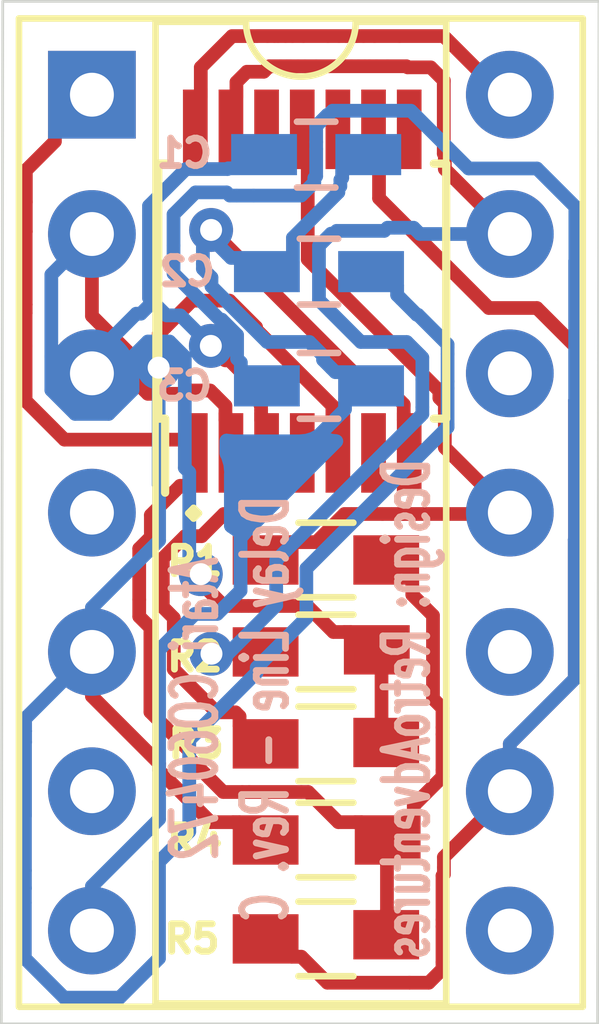
<source format=kicad_pcb>
(kicad_pcb (version 20171130) (host pcbnew "(5.1.4)-1")

  (general
    (thickness 1.6)
    (drawings 6)
    (tracks 461)
    (zones 0)
    (modules 10)
    (nets 15)
  )

  (page A4)
  (layers
    (0 F.Cu signal)
    (31 B.Cu signal)
    (32 B.Adhes user)
    (33 F.Adhes user)
    (34 B.Paste user)
    (35 F.Paste user)
    (36 B.SilkS user)
    (37 F.SilkS user)
    (38 B.Mask user)
    (39 F.Mask user)
    (40 Dwgs.User user)
    (41 Cmts.User user)
    (42 Eco1.User user)
    (43 Eco2.User user)
    (44 Edge.Cuts user)
    (45 Margin user)
    (46 B.CrtYd user)
    (47 F.CrtYd user)
    (48 B.Fab user)
    (49 F.Fab user)
  )

  (setup
    (last_trace_width 0.25)
    (trace_clearance 0.2)
    (zone_clearance 0.508)
    (zone_45_only no)
    (trace_min 0.2)
    (via_size 0.8)
    (via_drill 0.4)
    (via_min_size 0.4)
    (via_min_drill 0.3)
    (uvia_size 0.3)
    (uvia_drill 0.1)
    (uvias_allowed no)
    (uvia_min_size 0.2)
    (uvia_min_drill 0.1)
    (edge_width 0.05)
    (segment_width 0.2)
    (pcb_text_width 0.3)
    (pcb_text_size 1.5 1.5)
    (mod_edge_width 0.12)
    (mod_text_size 1 1)
    (mod_text_width 0.15)
    (pad_size 1.6 1.6)
    (pad_drill 0.8)
    (pad_to_mask_clearance 0.051)
    (solder_mask_min_width 0.25)
    (aux_axis_origin 0 0)
    (visible_elements 7FFFFFFF)
    (pcbplotparams
      (layerselection 0x010fc_ffffffff)
      (usegerberextensions false)
      (usegerberattributes false)
      (usegerberadvancedattributes false)
      (creategerberjobfile false)
      (excludeedgelayer true)
      (linewidth 0.100000)
      (plotframeref false)
      (viasonmask false)
      (mode 1)
      (useauxorigin false)
      (hpglpennumber 1)
      (hpglpenspeed 20)
      (hpglpendiameter 15.000000)
      (psnegative false)
      (psa4output false)
      (plotreference true)
      (plotvalue true)
      (plotinvisibletext false)
      (padsonsilk false)
      (subtractmaskfromsilk false)
      (outputformat 1)
      (mirror false)
      (drillshape 0)
      (scaleselection 1)
      (outputdirectory "Gerbers/"))
  )

  (net 0 "")
  (net 1 GND)
  (net 2 "Net-(C1-Pad1)")
  (net 3 "Net-(C2-Pad1)")
  (net 4 "Net-(C3-Pad1)")
  (net 5 "Net-(R1-Pad2)")
  (net 6 "Net-(R1-Pad1)")
  (net 7 "Net-(R2-Pad2)")
  (net 8 "Net-(R2-Pad1)")
  (net 9 "Net-(U13-Pad6)")
  (net 10 "Net-(U13-Pad12)")
  (net 11 "Net-(U13-Pad4)")
  (net 12 "Net-(U13-Pad10)")
  (net 13 "Net-(U13-Pad8)")
  (net 14 +5V)

  (net_class Default "Dit is de standaard class."
    (clearance 0.2)
    (trace_width 0.25)
    (via_dia 0.8)
    (via_drill 0.4)
    (uvia_dia 0.3)
    (uvia_drill 0.1)
    (add_net +5V)
    (add_net GND)
    (add_net "Net-(C1-Pad1)")
    (add_net "Net-(C2-Pad1)")
    (add_net "Net-(C3-Pad1)")
    (add_net "Net-(R1-Pad1)")
    (add_net "Net-(R1-Pad2)")
    (add_net "Net-(R2-Pad1)")
    (add_net "Net-(R2-Pad2)")
    (add_net "Net-(U13-Pad10)")
    (add_net "Net-(U13-Pad12)")
    (add_net "Net-(U13-Pad4)")
    (add_net "Net-(U13-Pad6)")
    (add_net "Net-(U13-Pad8)")
  )

  (module Housings_DIP:DIP-14_W7.62mm_Socket (layer F.Cu) (tedit 5FC2CF5E) (tstamp 5FC2CD03)
    (at 134.493 68.7832)
    (descr "14-lead though-hole mounted DIP package, row spacing 7.62 mm (300 mils), Socket")
    (tags "THT DIP DIL PDIP 2.54mm 7.62mm 300mil Socket")
    (fp_text reference REF** (at 3.81 -2.33) (layer F.SilkS) hide
      (effects (font (size 1 1) (thickness 0.15)))
    )
    (fp_text value DIP-14_W7.62mm_Socket (at 3.81 17.57) (layer F.Fab) hide
      (effects (font (size 1 1) (thickness 0.15)))
    )
    (fp_arc (start 3.81 -1.33) (end 2.81 -1.33) (angle -180) (layer F.SilkS) (width 0.12))
    (fp_line (start 1.635 -1.27) (end 6.985 -1.27) (layer F.Fab) (width 0.1))
    (fp_line (start 6.985 -1.27) (end 6.985 16.51) (layer F.Fab) (width 0.1))
    (fp_line (start 6.985 16.51) (end 0.635 16.51) (layer F.Fab) (width 0.1))
    (fp_line (start 0.635 16.51) (end 0.635 -0.27) (layer F.Fab) (width 0.1))
    (fp_line (start 0.635 -0.27) (end 1.635 -1.27) (layer F.Fab) (width 0.1))
    (fp_line (start -1.27 -1.33) (end -1.27 16.57) (layer F.Fab) (width 0.1))
    (fp_line (start -1.27 16.57) (end 8.89 16.57) (layer F.Fab) (width 0.1))
    (fp_line (start 8.89 16.57) (end 8.89 -1.33) (layer F.Fab) (width 0.1))
    (fp_line (start 8.89 -1.33) (end -1.27 -1.33) (layer F.Fab) (width 0.1))
    (fp_line (start 2.81 -1.33) (end 1.16 -1.33) (layer F.SilkS) (width 0.12))
    (fp_line (start 1.16 -1.33) (end 1.16 16.57) (layer F.SilkS) (width 0.12))
    (fp_line (start 1.16 16.57) (end 6.46 16.57) (layer F.SilkS) (width 0.12))
    (fp_line (start 6.46 16.57) (end 6.46 -1.33) (layer F.SilkS) (width 0.12))
    (fp_line (start 6.46 -1.33) (end 4.81 -1.33) (layer F.SilkS) (width 0.12))
    (fp_line (start -1.33 -1.39) (end -1.33 16.63) (layer F.SilkS) (width 0.12))
    (fp_line (start -1.33 16.63) (end 8.95 16.63) (layer F.SilkS) (width 0.12))
    (fp_line (start 8.95 16.63) (end 8.95 -1.39) (layer F.SilkS) (width 0.12))
    (fp_line (start 8.95 -1.39) (end -1.33 -1.39) (layer F.SilkS) (width 0.12))
    (fp_line (start -1.55 -1.6) (end -1.55 16.85) (layer F.CrtYd) (width 0.05))
    (fp_line (start -1.55 16.85) (end 9.15 16.85) (layer F.CrtYd) (width 0.05))
    (fp_line (start 9.15 16.85) (end 9.15 -1.6) (layer F.CrtYd) (width 0.05))
    (fp_line (start 9.15 -1.6) (end -1.55 -1.6) (layer F.CrtYd) (width 0.05))
    (fp_text user %R (at 3.81 7.62) (layer F.Fab) hide
      (effects (font (size 1 1) (thickness 0.15)))
    )
    (pad 1 thru_hole rect (at 0 0) (size 1.6 1.6) (drill 0.8) (layers *.Cu *.Mask)
      (net 5 "Net-(R1-Pad2)"))
    (pad 8 thru_hole oval (at 7.62 15.24) (size 1.6 1.6) (drill 0.8) (layers *.Cu *.Mask))
    (pad 2 thru_hole oval (at 0 2.54) (size 1.6 1.6) (drill 0.8) (layers *.Cu *.Mask)
      (net 7 "Net-(R2-Pad2)"))
    (pad 9 thru_hole oval (at 7.62 12.7) (size 1.6 1.6) (drill 0.8) (layers *.Cu *.Mask)
      (net 4 "Net-(C3-Pad1)"))
    (pad 3 thru_hole oval (at 0 5.08) (size 1.6 1.6) (drill 0.8) (layers *.Cu *.Mask)
      (net 2 "Net-(C1-Pad1)"))
    (pad 10 thru_hole oval (at 7.62 10.16) (size 1.6 1.6) (drill 0.8) (layers *.Cu *.Mask))
    (pad 4 thru_hole oval (at 0 7.62) (size 1.6 1.6) (drill 0.8) (layers *.Cu *.Mask))
    (pad 11 thru_hole oval (at 7.62 7.62) (size 1.6 1.6) (drill 0.8) (layers *.Cu *.Mask)
      (net 6 "Net-(R1-Pad1)"))
    (pad 5 thru_hole oval (at 0 10.16) (size 1.6 1.6) (drill 0.8) (layers *.Cu *.Mask)
      (net 3 "Net-(C2-Pad1)"))
    (pad 12 thru_hole oval (at 7.62 5.08) (size 1.6 1.6) (drill 0.8) (layers *.Cu *.Mask))
    (pad 6 thru_hole oval (at 0 12.7) (size 1.6 1.6) (drill 0.8) (layers *.Cu *.Mask))
    (pad 13 thru_hole oval (at 7.62 2.54) (size 1.6 1.6) (drill 0.8) (layers *.Cu *.Mask)
      (net 8 "Net-(R2-Pad1)"))
    (pad 7 thru_hole oval (at 0 15.24) (size 1.6 1.6) (drill 0.8) (layers *.Cu *.Mask)
      (net 1 GND))
    (pad 14 thru_hole oval (at 7.62 0) (size 1.6 1.6) (drill 0.8) (layers *.Cu *.Mask)
      (net 14 +5V))
    (model ${KISYS3DMOD}/Housings_DIP.3dshapes/DIP-14_W7.62mm_Socket.wrl
      (at (xyz 0 0 0))
      (scale (xyz 1 1 1))
      (rotate (xyz 0 0 0))
    )
  )

  (module Capacitors_SMD:C_0603_HandSoldering (layer B.Cu) (tedit 5FB07096) (tstamp 5F9A0D54)
    (at 138.582 69.8754)
    (descr "Capacitor SMD 0603, hand soldering")
    (tags "capacitor 0603")
    (path /5F9A8D8C)
    (attr smd)
    (fp_text reference C1 (at -2.4028 -0.0254) (layer B.SilkS)
      (effects (font (size 0.5 0.5) (thickness 0.125)) (justify mirror))
    )
    (fp_text value 1nF (at 0 -1.5) (layer B.Fab) hide
      (effects (font (size 1 1) (thickness 0.15)) (justify mirror))
    )
    (fp_line (start 1.8 -0.65) (end -1.8 -0.65) (layer B.CrtYd) (width 0.05))
    (fp_line (start 1.8 -0.65) (end 1.8 0.65) (layer B.CrtYd) (width 0.05))
    (fp_line (start -1.8 0.65) (end -1.8 -0.65) (layer B.CrtYd) (width 0.05))
    (fp_line (start -1.8 0.65) (end 1.8 0.65) (layer B.CrtYd) (width 0.05))
    (fp_line (start 0.35 -0.6) (end -0.35 -0.6) (layer B.SilkS) (width 0.12))
    (fp_line (start -0.35 0.6) (end 0.35 0.6) (layer B.SilkS) (width 0.12))
    (fp_line (start -0.8 0.4) (end 0.8 0.4) (layer B.Fab) (width 0.1))
    (fp_line (start 0.8 0.4) (end 0.8 -0.4) (layer B.Fab) (width 0.1))
    (fp_line (start 0.8 -0.4) (end -0.8 -0.4) (layer B.Fab) (width 0.1))
    (fp_line (start -0.8 -0.4) (end -0.8 0.4) (layer B.Fab) (width 0.1))
    (fp_text user %R (at 0.127 1.27) (layer B.Fab) hide
      (effects (font (size 1 1) (thickness 0.15)) (justify mirror))
    )
    (pad 2 smd rect (at 0.95 0) (size 1.2 0.75) (layers B.Cu B.Paste B.Mask)
      (net 1 GND))
    (pad 1 smd rect (at -0.95 0) (size 1.2 0.75) (layers B.Cu B.Paste B.Mask)
      (net 2 "Net-(C1-Pad1)"))
    (model Capacitors_SMD.3dshapes/C_0603.wrl
      (at (xyz 0 0 0))
      (scale (xyz 1 1 1))
      (rotate (xyz 0 0 0))
    )
  )

  (module Capacitors_SMD:C_0603_HandSoldering (layer B.Cu) (tedit 58AA848B) (tstamp 5F9A0D65)
    (at 138.633 72.009 180)
    (descr "Capacitor SMD 0603, hand soldering")
    (tags "capacitor 0603")
    (path /5F9AC96C)
    (attr smd)
    (fp_text reference C2 (at 2.4028 0 180) (layer B.SilkS)
      (effects (font (size 0.5 0.5) (thickness 0.125)) (justify mirror))
    )
    (fp_text value 150pF (at 0 -1.5 180) (layer B.Fab) hide
      (effects (font (size 1 1) (thickness 0.15)) (justify mirror))
    )
    (fp_text user %R (at 0 2.286 180) (layer B.Fab) hide
      (effects (font (size 1 1) (thickness 0.15)) (justify mirror))
    )
    (fp_line (start -0.8 -0.4) (end -0.8 0.4) (layer B.Fab) (width 0.1))
    (fp_line (start 0.8 -0.4) (end -0.8 -0.4) (layer B.Fab) (width 0.1))
    (fp_line (start 0.8 0.4) (end 0.8 -0.4) (layer B.Fab) (width 0.1))
    (fp_line (start -0.8 0.4) (end 0.8 0.4) (layer B.Fab) (width 0.1))
    (fp_line (start -0.35 0.6) (end 0.35 0.6) (layer B.SilkS) (width 0.12))
    (fp_line (start 0.35 -0.6) (end -0.35 -0.6) (layer B.SilkS) (width 0.12))
    (fp_line (start -1.8 0.65) (end 1.8 0.65) (layer B.CrtYd) (width 0.05))
    (fp_line (start -1.8 0.65) (end -1.8 -0.65) (layer B.CrtYd) (width 0.05))
    (fp_line (start 1.8 -0.65) (end 1.8 0.65) (layer B.CrtYd) (width 0.05))
    (fp_line (start 1.8 -0.65) (end -1.8 -0.65) (layer B.CrtYd) (width 0.05))
    (pad 1 smd rect (at -0.95 0 180) (size 1.2 0.75) (layers B.Cu B.Paste B.Mask)
      (net 3 "Net-(C2-Pad1)"))
    (pad 2 smd rect (at 0.95 0 180) (size 1.2 0.75) (layers B.Cu B.Paste B.Mask)
      (net 1 GND))
    (model Capacitors_SMD.3dshapes/C_0603.wrl
      (at (xyz 0 0 0))
      (scale (xyz 1 1 1))
      (rotate (xyz 0 0 0))
    )
  )

  (module Capacitors_SMD:C_0603_HandSoldering (layer B.Cu) (tedit 58AA848B) (tstamp 5F9A0D76)
    (at 138.633 74.0918)
    (descr "Capacitor SMD 0603, hand soldering")
    (tags "capacitor 0603")
    (path /5F9B2378)
    (attr smd)
    (fp_text reference C3 (at -2.4536 0) (layer B.SilkS)
      (effects (font (size 0.5 0.5) (thickness 0.125)) (justify mirror))
    )
    (fp_text value 30pF (at 0 -1.5) (layer B.Fab) hide
      (effects (font (size 1 1) (thickness 0.15)) (justify mirror))
    )
    (fp_line (start 1.8 -0.65) (end -1.8 -0.65) (layer B.CrtYd) (width 0.05))
    (fp_line (start 1.8 -0.65) (end 1.8 0.65) (layer B.CrtYd) (width 0.05))
    (fp_line (start -1.8 0.65) (end -1.8 -0.65) (layer B.CrtYd) (width 0.05))
    (fp_line (start -1.8 0.65) (end 1.8 0.65) (layer B.CrtYd) (width 0.05))
    (fp_line (start 0.35 -0.6) (end -0.35 -0.6) (layer B.SilkS) (width 0.12))
    (fp_line (start -0.35 0.6) (end 0.35 0.6) (layer B.SilkS) (width 0.12))
    (fp_line (start -0.8 0.4) (end 0.8 0.4) (layer B.Fab) (width 0.1))
    (fp_line (start 0.8 0.4) (end 0.8 -0.4) (layer B.Fab) (width 0.1))
    (fp_line (start 0.8 -0.4) (end -0.8 -0.4) (layer B.Fab) (width 0.1))
    (fp_line (start -0.8 -0.4) (end -0.8 0.4) (layer B.Fab) (width 0.1))
    (fp_text user %R (at -0.102001 1.448001) (layer B.Fab) hide
      (effects (font (size 1 1) (thickness 0.15)) (justify mirror))
    )
    (pad 2 smd rect (at 0.95 0) (size 1.2 0.75) (layers B.Cu B.Paste B.Mask)
      (net 1 GND))
    (pad 1 smd rect (at -0.95 0) (size 1.2 0.75) (layers B.Cu B.Paste B.Mask)
      (net 4 "Net-(C3-Pad1)"))
    (model Capacitors_SMD.3dshapes/C_0603.wrl
      (at (xyz 0 0 0))
      (scale (xyz 1 1 1))
      (rotate (xyz 0 0 0))
    )
  )

  (module Resistors_SMD:R_0603_HandSoldering (layer F.Cu) (tedit 58E0A804) (tstamp 5F9A0D87)
    (at 138.76 77.2668)
    (descr "Resistor SMD 0603, hand soldering")
    (tags "resistor 0603")
    (path /5F9A3798)
    (attr smd)
    (fp_text reference R1 (at -2.3925 0.0254) (layer F.SilkS)
      (effects (font (size 0.5 0.5) (thickness 0.125)))
    )
    (fp_text value 120 (at 0 1.55) (layer F.Fab) hide
      (effects (font (size 1 1) (thickness 0.15)))
    )
    (fp_line (start 1.95 0.7) (end -1.96 0.7) (layer F.CrtYd) (width 0.05))
    (fp_line (start 1.95 0.7) (end 1.95 -0.7) (layer F.CrtYd) (width 0.05))
    (fp_line (start -1.96 -0.7) (end -1.96 0.7) (layer F.CrtYd) (width 0.05))
    (fp_line (start -1.96 -0.7) (end 1.95 -0.7) (layer F.CrtYd) (width 0.05))
    (fp_line (start -0.5 -0.68) (end 0.5 -0.68) (layer F.SilkS) (width 0.12))
    (fp_line (start 0.5 0.68) (end -0.5 0.68) (layer F.SilkS) (width 0.12))
    (fp_line (start -0.8 -0.4) (end 0.8 -0.4) (layer F.Fab) (width 0.1))
    (fp_line (start 0.8 -0.4) (end 0.8 0.4) (layer F.Fab) (width 0.1))
    (fp_line (start 0.8 0.4) (end -0.8 0.4) (layer F.Fab) (width 0.1))
    (fp_line (start -0.8 0.4) (end -0.8 -0.4) (layer F.Fab) (width 0.1))
    (fp_text user %R (at 0 0) (layer F.Fab)
      (effects (font (size 0.4 0.4) (thickness 0.075)))
    )
    (pad 2 smd rect (at 1.1 0) (size 1.2 0.9) (layers F.Cu F.Paste F.Mask)
      (net 5 "Net-(R1-Pad2)"))
    (pad 1 smd rect (at -1.1 0) (size 1.2 0.9) (layers F.Cu F.Paste F.Mask)
      (net 6 "Net-(R1-Pad1)"))
    (model ${KISYS3DMOD}/Resistors_SMD.3dshapes/R_0603.wrl
      (at (xyz 0 0 0))
      (scale (xyz 1 1 1))
      (rotate (xyz 0 0 0))
    )
  )

  (module Resistors_SMD:R_0603_HandSoldering (layer F.Cu) (tedit 5FB06F73) (tstamp 5F9A0D98)
    (at 138.76 78.9432)
    (descr "Resistor SMD 0603, hand soldering")
    (tags "resistor 0603")
    (path /5F9A6245)
    (attr smd)
    (fp_text reference R2 (at -2.3925 0.0889) (layer F.SilkS)
      (effects (font (size 0.5 0.5) (thickness 0.125)))
    )
    (fp_text value 100 (at 0 1.55) (layer F.Fab) hide
      (effects (font (size 1 1) (thickness 0.15)))
    )
    (fp_line (start 1.95 0.7) (end -1.96 0.7) (layer F.CrtYd) (width 0.05))
    (fp_line (start 1.95 0.7) (end 1.95 -0.7) (layer F.CrtYd) (width 0.05))
    (fp_line (start -1.96 -0.7) (end -1.96 0.7) (layer F.CrtYd) (width 0.05))
    (fp_line (start -1.96 -0.7) (end 1.95 -0.7) (layer F.CrtYd) (width 0.05))
    (fp_line (start -0.5 -0.68) (end 0.5 -0.68) (layer F.SilkS) (width 0.12))
    (fp_line (start 0.5 0.68) (end -0.5 0.68) (layer F.SilkS) (width 0.12))
    (fp_line (start -0.8 -0.4) (end 0.8 -0.4) (layer F.Fab) (width 0.1))
    (fp_line (start 0.8 -0.4) (end 0.8 0.4) (layer F.Fab) (width 0.1))
    (fp_line (start 0.8 0.4) (end -0.8 0.4) (layer F.Fab) (width 0.1))
    (fp_line (start -0.8 0.4) (end -0.8 -0.4) (layer F.Fab) (width 0.1))
    (fp_text user %R (at 0 0) (layer F.Fab)
      (effects (font (size 0.4 0.4) (thickness 0.075)))
    )
    (pad 2 smd rect (at 0.9271 -0.0381) (size 1.2 0.9) (layers F.Cu F.Paste F.Mask)
      (net 7 "Net-(R2-Pad2)"))
    (pad 1 smd rect (at -1.1 0) (size 1.2 0.9) (layers F.Cu F.Paste F.Mask)
      (net 8 "Net-(R2-Pad1)"))
    (model ${KISYS3DMOD}/Resistors_SMD.3dshapes/R_0603.wrl
      (at (xyz 0 0 0))
      (scale (xyz 1 1 1))
      (rotate (xyz 0 0 0))
    )
  )

  (module Resistors_SMD:R_0603_HandSoldering (layer F.Cu) (tedit 5FB06FAC) (tstamp 5F9A0DA9)
    (at 138.76 80.6196)
    (descr "Resistor SMD 0603, hand soldering")
    (tags "resistor 0603")
    (path /5F9A4D4F)
    (attr smd)
    (fp_text reference R3 (at -2.3671 0) (layer F.SilkS)
      (effects (font (size 0.5 0.5) (thickness 0.125)))
    )
    (fp_text value 120 (at 0 1.55) (layer F.Fab) hide
      (effects (font (size 1 1) (thickness 0.15)))
    )
    (fp_text user %R (at 0 0) (layer F.Fab)
      (effects (font (size 0.4 0.4) (thickness 0.075)))
    )
    (fp_line (start -0.8 0.4) (end -0.8 -0.4) (layer F.Fab) (width 0.1))
    (fp_line (start 0.8 0.4) (end -0.8 0.4) (layer F.Fab) (width 0.1))
    (fp_line (start 0.8 -0.4) (end 0.8 0.4) (layer F.Fab) (width 0.1))
    (fp_line (start -0.8 -0.4) (end 0.8 -0.4) (layer F.Fab) (width 0.1))
    (fp_line (start 0.5 0.68) (end -0.5 0.68) (layer F.SilkS) (width 0.12))
    (fp_line (start -0.5 -0.68) (end 0.5 -0.68) (layer F.SilkS) (width 0.12))
    (fp_line (start -1.96 -0.7) (end 1.95 -0.7) (layer F.CrtYd) (width 0.05))
    (fp_line (start -1.96 -0.7) (end -1.96 0.7) (layer F.CrtYd) (width 0.05))
    (fp_line (start 1.95 0.7) (end 1.95 -0.7) (layer F.CrtYd) (width 0.05))
    (fp_line (start 1.95 0.7) (end -1.96 0.7) (layer F.CrtYd) (width 0.05))
    (pad 1 smd rect (at -1.1 0) (size 1.2 0.9) (layers F.Cu F.Paste F.Mask)
      (net 2 "Net-(C1-Pad1)"))
    (pad 2 smd rect (at 1.1 -0.0254) (size 1.2 0.9) (layers F.Cu F.Paste F.Mask)
      (net 7 "Net-(R2-Pad2)"))
    (model ${KISYS3DMOD}/Resistors_SMD.3dshapes/R_0603.wrl
      (at (xyz 0 0 0))
      (scale (xyz 1 1 1))
      (rotate (xyz 0 0 0))
    )
  )

  (module Resistors_SMD:R_0603_HandSoldering (layer F.Cu) (tedit 5FB087C4) (tstamp 5F9A0DBA)
    (at 138.76 82.3722)
    (descr "Resistor SMD 0603, hand soldering")
    (tags "resistor 0603")
    (path /5F9AA465)
    (attr smd)
    (fp_text reference R4 (at -2.3925 0) (layer F.SilkS)
      (effects (font (size 0.5 0.5) (thickness 0.125)))
    )
    (fp_text value 270 (at 0 1.55) (layer F.Fab) hide
      (effects (font (size 1 1) (thickness 0.15)))
    )
    (fp_text user %R (at 0 0) (layer F.Fab)
      (effects (font (size 0.4 0.4) (thickness 0.075)))
    )
    (fp_line (start -0.8 0.4) (end -0.8 -0.4) (layer F.Fab) (width 0.1))
    (fp_line (start 0.8 0.4) (end -0.8 0.4) (layer F.Fab) (width 0.1))
    (fp_line (start 0.8 -0.4) (end 0.8 0.4) (layer F.Fab) (width 0.1))
    (fp_line (start -0.8 -0.4) (end 0.8 -0.4) (layer F.Fab) (width 0.1))
    (fp_line (start 0.5 0.68) (end -0.5 0.68) (layer F.SilkS) (width 0.12))
    (fp_line (start -0.5 -0.68) (end 0.5 -0.68) (layer F.SilkS) (width 0.12))
    (fp_line (start -1.96 -0.7) (end 1.95 -0.7) (layer F.CrtYd) (width 0.05))
    (fp_line (start -1.96 -0.7) (end -1.96 0.7) (layer F.CrtYd) (width 0.05))
    (fp_line (start 1.95 0.7) (end 1.95 -0.7) (layer F.CrtYd) (width 0.05))
    (fp_line (start 1.95 0.7) (end -1.96 0.7) (layer F.CrtYd) (width 0.05))
    (pad 1 smd rect (at -1.1 0) (size 1.2 0.9) (layers F.Cu F.Paste F.Mask)
      (net 3 "Net-(C2-Pad1)"))
    (pad 2 smd rect (at 1.1254 0) (size 1.2 0.9) (layers F.Cu F.Paste F.Mask)
      (net 5 "Net-(R1-Pad2)"))
    (model ${KISYS3DMOD}/Resistors_SMD.3dshapes/R_0603.wrl
      (at (xyz 0 0 0))
      (scale (xyz 1 1 1))
      (rotate (xyz 0 0 0))
    )
  )

  (module Resistors_SMD:R_0603_HandSoldering (layer F.Cu) (tedit 5FB08847) (tstamp 5F9A0DCB)
    (at 138.76 84.1756)
    (descr "Resistor SMD 0603, hand soldering")
    (tags "resistor 0603")
    (path /5F9ADF95)
    (attr smd)
    (fp_text reference R5 (at -2.4433 0) (layer F.SilkS)
      (effects (font (size 0.5 0.5) (thickness 0.125)))
    )
    (fp_text value 620 (at 0 1.55) (layer F.Fab) hide
      (effects (font (size 1 1) (thickness 0.15)))
    )
    (fp_line (start 1.95 0.7) (end -1.96 0.7) (layer F.CrtYd) (width 0.05))
    (fp_line (start 1.95 0.7) (end 1.95 -0.7) (layer F.CrtYd) (width 0.05))
    (fp_line (start -1.96 -0.7) (end -1.96 0.7) (layer F.CrtYd) (width 0.05))
    (fp_line (start -1.96 -0.7) (end 1.95 -0.7) (layer F.CrtYd) (width 0.05))
    (fp_line (start -0.5 -0.68) (end 0.5 -0.68) (layer F.SilkS) (width 0.12))
    (fp_line (start 0.5 0.68) (end -0.5 0.68) (layer F.SilkS) (width 0.12))
    (fp_line (start -0.8 -0.4) (end 0.8 -0.4) (layer F.Fab) (width 0.1))
    (fp_line (start 0.8 -0.4) (end 0.8 0.4) (layer F.Fab) (width 0.1))
    (fp_line (start 0.8 0.4) (end -0.8 0.4) (layer F.Fab) (width 0.1))
    (fp_line (start -0.8 0.4) (end -0.8 -0.4) (layer F.Fab) (width 0.1))
    (fp_text user %R (at 0 0) (layer F.Fab)
      (effects (font (size 0.4 0.4) (thickness 0.075)))
    )
    (pad 2 smd rect (at 1.1 -0.0762) (size 1.2 0.9) (layers F.Cu F.Paste F.Mask)
      (net 5 "Net-(R1-Pad2)"))
    (pad 1 smd rect (at -1.1 0) (size 1.2 0.9) (layers F.Cu F.Paste F.Mask)
      (net 4 "Net-(C3-Pad1)"))
    (model ${KISYS3DMOD}/Resistors_SMD.3dshapes/R_0603.wrl
      (at (xyz 0 0 0))
      (scale (xyz 1 1 1))
      (rotate (xyz 0 0 0))
    )
  )

  (module Housings_SSOP:TSSOP-14_4.4x5mm_Pitch0.65mm (layer F.Cu) (tedit 54130A77) (tstamp 5FC2CC6E)
    (at 138.328 72.3646 90)
    (descr "14-Lead Plastic Thin Shrink Small Outline (ST)-4.4 mm Body [TSSOP] (see Microchip Packaging Specification 00000049BS.pdf)")
    (tags "SSOP 0.65")
    (path /5F9A089C)
    (attr smd)
    (fp_text reference U13 (at 0 -3.55 90) (layer F.SilkS) hide
      (effects (font (size 1 1) (thickness 0.15)))
    )
    (fp_text value 74LS14 (at 0 3.55 90) (layer F.Fab) hide
      (effects (font (size 1 1) (thickness 0.15)))
    )
    (fp_text user %R (at 0 0 90) (layer F.Fab)
      (effects (font (size 0.8 0.8) (thickness 0.15)))
    )
    (fp_line (start -2.325 -2.5) (end -3.675 -2.5) (layer F.SilkS) (width 0.15))
    (fp_line (start -2.325 2.625) (end 2.325 2.625) (layer F.SilkS) (width 0.15))
    (fp_line (start -2.325 -2.625) (end 2.325 -2.625) (layer F.SilkS) (width 0.15))
    (fp_line (start -2.325 2.625) (end -2.325 2.4) (layer F.SilkS) (width 0.15))
    (fp_line (start 2.325 2.625) (end 2.325 2.4) (layer F.SilkS) (width 0.15))
    (fp_line (start 2.325 -2.625) (end 2.325 -2.4) (layer F.SilkS) (width 0.15))
    (fp_line (start -2.325 -2.625) (end -2.325 -2.5) (layer F.SilkS) (width 0.15))
    (fp_line (start -3.95 2.8) (end 3.95 2.8) (layer F.CrtYd) (width 0.05))
    (fp_line (start -3.95 -2.8) (end 3.95 -2.8) (layer F.CrtYd) (width 0.05))
    (fp_line (start 3.95 -2.8) (end 3.95 2.8) (layer F.CrtYd) (width 0.05))
    (fp_line (start -3.95 -2.8) (end -3.95 2.8) (layer F.CrtYd) (width 0.05))
    (fp_line (start -2.2 -1.5) (end -1.2 -2.5) (layer F.Fab) (width 0.15))
    (fp_line (start -2.2 2.5) (end -2.2 -1.5) (layer F.Fab) (width 0.15))
    (fp_line (start 2.2 2.5) (end -2.2 2.5) (layer F.Fab) (width 0.15))
    (fp_line (start 2.2 -2.5) (end 2.2 2.5) (layer F.Fab) (width 0.15))
    (fp_line (start -1.2 -2.5) (end 2.2 -2.5) (layer F.Fab) (width 0.15))
    (pad 14 smd rect (at 2.95 -1.95 90) (size 1.45 0.45) (layers F.Cu F.Paste F.Mask)
      (net 14 +5V))
    (pad 13 smd rect (at 2.95 -1.3 90) (size 1.45 0.45) (layers F.Cu F.Paste F.Mask)
      (net 8 "Net-(R2-Pad1)"))
    (pad 12 smd rect (at 2.95 -0.65 90) (size 1.45 0.45) (layers F.Cu F.Paste F.Mask)
      (net 10 "Net-(U13-Pad12)"))
    (pad 11 smd rect (at 2.95 0 90) (size 1.45 0.45) (layers F.Cu F.Paste F.Mask)
      (net 6 "Net-(R1-Pad1)"))
    (pad 10 smd rect (at 2.95 0.65 90) (size 1.45 0.45) (layers F.Cu F.Paste F.Mask)
      (net 12 "Net-(U13-Pad10)"))
    (pad 9 smd rect (at 2.95 1.3 90) (size 1.45 0.45) (layers F.Cu F.Paste F.Mask)
      (net 4 "Net-(C3-Pad1)"))
    (pad 8 smd rect (at 2.95 1.95 90) (size 1.45 0.45) (layers F.Cu F.Paste F.Mask)
      (net 13 "Net-(U13-Pad8)"))
    (pad 7 smd rect (at -2.95 1.95 90) (size 1.45 0.45) (layers F.Cu F.Paste F.Mask)
      (net 1 GND))
    (pad 6 smd rect (at -2.95 1.3 90) (size 1.45 0.45) (layers F.Cu F.Paste F.Mask)
      (net 9 "Net-(U13-Pad6)"))
    (pad 5 smd rect (at -2.95 0.65 90) (size 1.45 0.45) (layers F.Cu F.Paste F.Mask)
      (net 3 "Net-(C2-Pad1)"))
    (pad 4 smd rect (at -2.95 0 90) (size 1.45 0.45) (layers F.Cu F.Paste F.Mask)
      (net 11 "Net-(U13-Pad4)"))
    (pad 3 smd rect (at -2.95 -0.65 90) (size 1.45 0.45) (layers F.Cu F.Paste F.Mask)
      (net 2 "Net-(C1-Pad1)"))
    (pad 2 smd rect (at -2.95 -1.3 90) (size 1.45 0.45) (layers F.Cu F.Paste F.Mask)
      (net 7 "Net-(R2-Pad2)"))
    (pad 1 smd rect (at -2.95 -1.95 90) (size 1.45 0.45) (layers F.Cu F.Paste F.Mask)
      (net 5 "Net-(R1-Pad2)"))
    (model ${KISYS3DMOD}/Housings_SSOP.3dshapes/TSSOP-14_4.4x5mm_Pitch0.65mm.wrl
      (at (xyz 0 0 0))
      (scale (xyz 1 1 1))
      (rotate (xyz 0 0 0))
    )
  )

  (gr_text . (at 136.3472 75.5904) (layer F.SilkS)
    (effects (font (size 2 2) (thickness 0.125)))
  )
  (gr_text "Atari CO60472\nDelay Line - Rev. C\n\nDesign: RetroAdventures" (at 138.303 79.9846 90) (layer B.SilkS)
    (effects (font (size 0.8 0.5) (thickness 0.125)) (justify mirror))
  )
  (gr_line (start 143.7132 85.725) (end 132.842 85.725) (layer Edge.Cuts) (width 0.05) (tstamp 5FCC33FA))
  (gr_line (start 132.8674 67.0814) (end 143.7386 67.0814) (layer Edge.Cuts) (width 0.05) (tstamp 5FCC33C3))
  (gr_line (start 132.842 85.725) (end 132.8674 67.0814) (layer Edge.Cuts) (width 0.05) (tstamp 5FCC3357))
  (gr_line (start 143.7386 67.0814) (end 143.7132 85.725) (layer Edge.Cuts) (width 0.05))

  (segment (start 140.278 75.3146) (end 140.178 74.7146) (width 0.25) (layer F.Cu) (net 1))
  (segment (start 140.178 74.7146) (end 140.178 74.5896) (width 0.25) (layer F.Cu) (net 1))
  (segment (start 140.178 74.5896) (end 140.178 74.455) (width 0.25) (layer F.Cu) (net 1))
  (segment (start 140.178 74.455) (end 140.178 74.4291) (width 0.25) (layer F.Cu) (net 1))
  (segment (start 140.178 74.4291) (end 139.951 74.2021) (width 0.25) (layer F.Cu) (net 1))
  (segment (start 139.951 74.2021) (end 139.6792 74.2021) (width 0.25) (layer F.Cu) (net 1))
  (segment (start 139.6792 74.2021) (end 139.6416 74.1645) (width 0.25) (layer F.Cu) (net 1))
  (segment (start 139.6416 74.1645) (end 139.5812 74.1645) (width 0.25) (layer F.Cu) (net 1))
  (segment (start 139.5812 74.1645) (end 136.666 71.2493) (width 0.25) (layer F.Cu) (net 1))
  (segment (start 136.666 71.2493) (end 136.5162 71.3991) (width 0.25) (layer B.Cu) (net 1))
  (segment (start 136.5162 71.3991) (end 136.5162 71.3992) (width 0.25) (layer B.Cu) (net 1))
  (segment (start 136.5162 71.3992) (end 136.5162 71.8688) (width 0.25) (layer B.Cu) (net 1))
  (segment (start 136.5162 71.8688) (end 136.5162 71.9583) (width 0.25) (layer B.Cu) (net 1))
  (segment (start 136.5162 71.9583) (end 136.6732 72.1153) (width 0.25) (layer B.Cu) (net 1))
  (segment (start 136.6732 72.1153) (end 136.6732 72.2778) (width 0.25) (layer B.Cu) (net 1))
  (segment (start 136.6732 72.2778) (end 136.8683 72.4729) (width 0.25) (layer B.Cu) (net 1))
  (segment (start 136.8683 72.4729) (end 136.9941 72.5987) (width 0.25) (layer B.Cu) (net 1))
  (segment (start 136.9941 72.5987) (end 137.6871 73.2917) (width 0.25) (layer B.Cu) (net 1))
  (segment (start 137.6871 73.2917) (end 138.4591 73.2917) (width 0.25) (layer B.Cu) (net 1))
  (segment (start 138.4591 73.2917) (end 138.7081 73.5407) (width 0.25) (layer B.Cu) (net 1))
  (segment (start 138.7081 73.5407) (end 138.7081 73.6187) (width 0.25) (layer B.Cu) (net 1))
  (segment (start 138.7081 73.6187) (end 138.858 73.7686) (width 0.25) (layer B.Cu) (net 1))
  (segment (start 138.858 73.7686) (end 138.9312 73.8418) (width 0.25) (layer B.Cu) (net 1))
  (segment (start 138.9312 73.8418) (end 138.983 73.8418) (width 0.25) (layer B.Cu) (net 1))
  (segment (start 138.983 73.8418) (end 139.108 73.8418) (width 0.25) (layer B.Cu) (net 1))
  (segment (start 139.108 73.8418) (end 139.583 74.0918) (width 0.25) (layer B.Cu) (net 1))
  (segment (start 139.532 69.8754) (end 139.057 70.1254) (width 0.25) (layer B.Cu) (net 1))
  (segment (start 139.057 70.1254) (end 139.057 70.2504) (width 0.25) (layer B.Cu) (net 1))
  (segment (start 139.057 70.2504) (end 139.057 70.3022) (width 0.25) (layer B.Cu) (net 1))
  (segment (start 139.057 70.3022) (end 139.0235 70.3357) (width 0.25) (layer B.Cu) (net 1))
  (segment (start 139.0235 70.3357) (end 139.0235 70.4533) (width 0.25) (layer B.Cu) (net 1))
  (segment (start 139.0235 70.4533) (end 138.9867 70.4901) (width 0.25) (layer B.Cu) (net 1))
  (segment (start 138.9867 70.4901) (end 138.9867 70.563) (width 0.25) (layer B.Cu) (net 1))
  (segment (start 138.9867 70.563) (end 138.158 71.3917) (width 0.25) (layer B.Cu) (net 1))
  (segment (start 138.158 71.3917) (end 138.158 71.634) (width 0.25) (layer B.Cu) (net 1))
  (segment (start 138.158 71.634) (end 138.158 71.759) (width 0.25) (layer B.Cu) (net 1))
  (segment (start 138.158 71.759) (end 137.683 72.009) (width 0.25) (layer B.Cu) (net 1))
  (segment (start 139.583 74.0918) (end 139.108 74.3418) (width 0.25) (layer B.Cu) (net 1))
  (segment (start 139.108 74.3418) (end 139.108 74.4668) (width 0.25) (layer B.Cu) (net 1))
  (segment (start 139.108 74.4668) (end 139.108 74.5186) (width 0.25) (layer B.Cu) (net 1))
  (segment (start 139.108 74.5186) (end 137.2034 76.4232) (width 0.25) (layer B.Cu) (net 1))
  (segment (start 137.2034 76.4232) (end 137.2034 77.8254) (width 0.25) (layer B.Cu) (net 1))
  (segment (start 137.2034 77.8254) (end 136.7784 78.2504) (width 0.25) (layer B.Cu) (net 1))
  (segment (start 136.7784 78.2504) (end 136.3725 78.2504) (width 0.25) (layer B.Cu) (net 1))
  (segment (start 136.3725 78.2504) (end 135.9475 78.6754) (width 0.25) (layer B.Cu) (net 1))
  (segment (start 135.9475 78.6754) (end 135.7181 78.9048) (width 0.25) (layer B.Cu) (net 1))
  (segment (start 135.7181 78.9048) (end 135.7181 81.9907) (width 0.25) (layer B.Cu) (net 1))
  (segment (start 135.7181 81.9907) (end 134.493 83.2158) (width 0.25) (layer B.Cu) (net 1))
  (segment (start 134.493 83.2158) (end 134.493 84.0232) (width 0.25) (layer B.Cu) (net 1))
  (segment (start 137.683 72.009) (end 137.208 71.759) (width 0.25) (layer B.Cu) (net 1))
  (segment (start 137.208 71.759) (end 137.083 71.759) (width 0.25) (layer B.Cu) (net 1))
  (segment (start 137.083 71.759) (end 137.0312 71.759) (width 0.25) (layer B.Cu) (net 1))
  (segment (start 137.0312 71.759) (end 136.958 71.6858) (width 0.25) (layer B.Cu) (net 1))
  (segment (start 136.958 71.6858) (end 136.666 71.3938) (width 0.25) (layer B.Cu) (net 1))
  (segment (start 136.666 71.3938) (end 136.666 71.2493) (width 0.25) (layer B.Cu) (net 1))
  (via (at 136.666 71.2493) (size 0.8) (layers F.Cu B.Cu) (net 1))
  (segment (start 137.66 80.6196) (end 137.185 80.2946) (width 0.25) (layer F.Cu) (net 2))
  (segment (start 137.185 80.2946) (end 137.185 80.1696) (width 0.25) (layer F.Cu) (net 2))
  (segment (start 137.185 80.1696) (end 137.185 80.1178) (width 0.25) (layer F.Cu) (net 2))
  (segment (start 137.185 80.1178) (end 137.1118 80.0446) (width 0.25) (layer F.Cu) (net 2))
  (segment (start 137.1118 80.0446) (end 136.7699 80.0446) (width 0.25) (layer F.Cu) (net 2))
  (segment (start 136.7699 80.0446) (end 136.3884 79.6631) (width 0.25) (layer F.Cu) (net 2))
  (segment (start 136.3884 79.6631) (end 135.9858 79.2605) (width 0.25) (layer F.Cu) (net 2))
  (segment (start 135.9858 79.2605) (end 135.9858 78.3249) (width 0.25) (layer F.Cu) (net 2))
  (segment (start 135.9858 78.3249) (end 135.7855 78.1246) (width 0.25) (layer F.Cu) (net 2))
  (segment (start 135.7855 78.1246) (end 135.7855 77.8117) (width 0.25) (layer F.Cu) (net 2))
  (segment (start 135.7855 77.8117) (end 135.7855 77.2381) (width 0.25) (layer F.Cu) (net 2))
  (segment (start 135.7855 77.2381) (end 136.1911 76.8325) (width 0.25) (layer F.Cu) (net 2))
  (segment (start 136.1911 76.8325) (end 136.4947 76.8325) (width 0.25) (layer F.Cu) (net 2))
  (segment (start 136.4947 76.8325) (end 136.899 76.4282) (width 0.25) (layer F.Cu) (net 2))
  (segment (start 136.899 76.4282) (end 137.024 76.4282) (width 0.25) (layer F.Cu) (net 2))
  (segment (start 137.024 76.4282) (end 137.0295 76.4282) (width 0.25) (layer F.Cu) (net 2))
  (segment (start 137.0295 76.4282) (end 137.192 76.4282) (width 0.25) (layer F.Cu) (net 2))
  (segment (start 137.192 76.4282) (end 137.324 76.4282) (width 0.25) (layer F.Cu) (net 2))
  (segment (start 137.324 76.4282) (end 137.3876 76.3646) (width 0.25) (layer F.Cu) (net 2))
  (segment (start 137.3876 76.3646) (end 137.578 76.1742) (width 0.25) (layer F.Cu) (net 2))
  (segment (start 137.578 76.1742) (end 137.578 76.0396) (width 0.25) (layer F.Cu) (net 2))
  (segment (start 137.578 76.0396) (end 137.578 75.9146) (width 0.25) (layer F.Cu) (net 2))
  (segment (start 137.578 75.9146) (end 137.678 75.3146) (width 0.25) (layer F.Cu) (net 2))
  (segment (start 137.678 75.3146) (end 137.578 74.7146) (width 0.25) (layer F.Cu) (net 2))
  (segment (start 137.578 74.7146) (end 137.578 74.5896) (width 0.25) (layer F.Cu) (net 2))
  (segment (start 137.578 74.5896) (end 137.578 74.5378) (width 0.25) (layer F.Cu) (net 2))
  (segment (start 137.578 74.5378) (end 137.578 74.455) (width 0.25) (layer F.Cu) (net 2))
  (segment (start 137.578 74.455) (end 137.5663 74.4433) (width 0.25) (layer F.Cu) (net 2))
  (segment (start 137.5663 74.4433) (end 137.5663 74.1906) (width 0.25) (layer F.Cu) (net 2))
  (segment (start 137.5663 74.1906) (end 137.002 73.6263) (width 0.25) (layer F.Cu) (net 2))
  (segment (start 137.002 73.6263) (end 136.9242 73.6263) (width 0.25) (layer F.Cu) (net 2))
  (segment (start 136.9242 73.6263) (end 136.6612 73.3633) (width 0.25) (layer F.Cu) (net 2))
  (segment (start 134.493 73.8632) (end 134.493 73.585) (width 0.25) (layer B.Cu) (net 2))
  (segment (start 134.493 73.585) (end 134.7256 73.3524) (width 0.25) (layer B.Cu) (net 2))
  (segment (start 134.7256 73.3524) (end 135.3021 72.7759) (width 0.25) (layer B.Cu) (net 2))
  (segment (start 135.3021 72.7759) (end 135.386 72.7759) (width 0.25) (layer B.Cu) (net 2))
  (segment (start 135.386 72.7759) (end 135.6035 72.5584) (width 0.25) (layer B.Cu) (net 2))
  (segment (start 137.632 69.8754) (end 137.157 70.1254) (width 0.25) (layer B.Cu) (net 2))
  (segment (start 137.157 70.1254) (end 137.032 70.1254) (width 0.25) (layer B.Cu) (net 2))
  (segment (start 137.032 70.1254) (end 136.9802 70.1254) (width 0.25) (layer B.Cu) (net 2))
  (segment (start 136.9802 70.1254) (end 136.9665 70.1391) (width 0.25) (layer B.Cu) (net 2))
  (segment (start 136.9665 70.1391) (end 136.2061 70.1391) (width 0.25) (layer B.Cu) (net 2))
  (segment (start 136.2061 70.1391) (end 135.5558 70.7894) (width 0.25) (layer B.Cu) (net 2))
  (segment (start 135.5558 70.7894) (end 135.5335 70.8117) (width 0.25) (layer B.Cu) (net 2))
  (segment (start 135.5335 70.8117) (end 135.5335 70.9922) (width 0.25) (layer B.Cu) (net 2))
  (segment (start 135.5335 70.9922) (end 135.5335 72.2758) (width 0.25) (layer B.Cu) (net 2))
  (segment (start 135.5335 72.2758) (end 135.5335 72.4884) (width 0.25) (layer B.Cu) (net 2))
  (segment (start 135.5335 72.4884) (end 135.6035 72.5584) (width 0.25) (layer B.Cu) (net 2))
  (segment (start 136.6612 73.3633) (end 136.1047 72.8068) (width 0.25) (layer B.Cu) (net 2))
  (segment (start 136.1047 72.8068) (end 135.8519 72.8068) (width 0.25) (layer B.Cu) (net 2))
  (segment (start 135.8519 72.8068) (end 135.6035 72.5584) (width 0.25) (layer B.Cu) (net 2))
  (via (at 136.6612 73.3633) (size 0.8) (layers F.Cu B.Cu) (net 2))
  (segment (start 138.978 75.3146) (end 138.878 74.7146) (width 0.25) (layer F.Cu) (net 3))
  (segment (start 138.878 74.7146) (end 138.878 74.5896) (width 0.25) (layer F.Cu) (net 3))
  (segment (start 138.878 74.5896) (end 138.878 74.455) (width 0.25) (layer F.Cu) (net 3))
  (segment (start 138.878 74.455) (end 137.4863 73.0633) (width 0.25) (layer F.Cu) (net 3))
  (segment (start 137.4863 73.0633) (end 137.4863 73.0215) (width 0.25) (layer F.Cu) (net 3))
  (segment (start 137.4863 73.0215) (end 137.003 72.5382) (width 0.25) (layer F.Cu) (net 3))
  (segment (start 137.003 72.5382) (end 136.3194 72.5382) (width 0.25) (layer F.Cu) (net 3))
  (segment (start 136.3194 72.5382) (end 135.8361 73.0215) (width 0.25) (layer F.Cu) (net 3))
  (segment (start 135.8361 73.0215) (end 135.7098 73.1478) (width 0.25) (layer F.Cu) (net 3))
  (segment (start 135.7098 73.1478) (end 135.7098 73.7601) (width 0.25) (layer F.Cu) (net 3))
  (segment (start 137.66 82.3722) (end 137.185 82.0472) (width 0.25) (layer F.Cu) (net 3))
  (segment (start 137.185 82.0472) (end 137.06 82.0472) (width 0.25) (layer F.Cu) (net 3))
  (segment (start 137.06 82.0472) (end 136.6585 82.0472) (width 0.25) (layer F.Cu) (net 3))
  (segment (start 136.6585 82.0472) (end 136.6561 82.0448) (width 0.25) (layer F.Cu) (net 3))
  (segment (start 136.6561 82.0448) (end 136.0848 81.4735) (width 0.25) (layer F.Cu) (net 3))
  (segment (start 136.0848 81.4735) (end 135.7181 81.1068) (width 0.25) (layer F.Cu) (net 3))
  (segment (start 135.7181 81.1068) (end 135.7181 80.9757) (width 0.25) (layer F.Cu) (net 3))
  (segment (start 135.7181 80.9757) (end 134.493 79.7506) (width 0.25) (layer F.Cu) (net 3))
  (segment (start 134.493 79.7506) (end 134.493 78.9432) (width 0.25) (layer F.Cu) (net 3))
  (segment (start 135.7098 73.7601) (end 135.7098 75.8874) (width 0.25) (layer B.Cu) (net 3))
  (segment (start 135.7098 75.8874) (end 135.7181 75.8957) (width 0.25) (layer B.Cu) (net 3))
  (segment (start 135.7181 75.8957) (end 135.7181 76.9107) (width 0.25) (layer B.Cu) (net 3))
  (segment (start 135.7181 76.9107) (end 134.493 78.1358) (width 0.25) (layer B.Cu) (net 3))
  (segment (start 134.493 78.1358) (end 134.493 78.9432) (width 0.25) (layer B.Cu) (net 3))
  (segment (start 139.583 72.009) (end 140.058 72.259) (width 0.25) (layer B.Cu) (net 3))
  (segment (start 140.058 72.259) (end 140.058 72.384) (width 0.25) (layer B.Cu) (net 3))
  (segment (start 140.058 72.384) (end 140.058 72.4358) (width 0.25) (layer B.Cu) (net 3))
  (segment (start 140.058 72.4358) (end 140.1312 72.509) (width 0.25) (layer B.Cu) (net 3))
  (segment (start 140.1312 72.509) (end 140.419 72.7968) (width 0.25) (layer B.Cu) (net 3))
  (segment (start 140.419 72.7968) (end 140.4391 72.7968) (width 0.25) (layer B.Cu) (net 3))
  (segment (start 140.4391 72.7968) (end 140.978 73.3357) (width 0.25) (layer B.Cu) (net 3))
  (segment (start 140.978 73.3357) (end 140.978 73.3875) (width 0.25) (layer B.Cu) (net 3))
  (segment (start 140.978 73.3875) (end 140.978 73.5125) (width 0.25) (layer B.Cu) (net 3))
  (segment (start 140.978 73.5125) (end 140.978 74.0125) (width 0.25) (layer B.Cu) (net 3))
  (segment (start 140.978 74.0125) (end 140.978 74.1375) (width 0.25) (layer B.Cu) (net 3))
  (segment (start 140.978 74.1375) (end 140.978 74.7961) (width 0.25) (layer B.Cu) (net 3))
  (segment (start 140.978 74.7961) (end 140.978 74.8479) (width 0.25) (layer B.Cu) (net 3))
  (segment (start 140.978 74.8479) (end 138.4032 77.4227) (width 0.25) (layer B.Cu) (net 3))
  (segment (start 138.4032 77.4227) (end 138.4032 78.3224) (width 0.25) (layer B.Cu) (net 3))
  (segment (start 138.4032 78.3224) (end 137.4981 79.2275) (width 0.25) (layer B.Cu) (net 3))
  (segment (start 137.4981 79.2275) (end 137.4981 79.3177) (width 0.25) (layer B.Cu) (net 3))
  (segment (start 137.4981 79.3177) (end 136.2682 80.5476) (width 0.25) (layer B.Cu) (net 3))
  (segment (start 136.2682 80.5476) (end 136.2682 82.2185) (width 0.25) (layer B.Cu) (net 3))
  (segment (start 136.2682 82.2185) (end 135.7162 82.7705) (width 0.25) (layer B.Cu) (net 3))
  (segment (start 135.7162 82.7705) (end 135.7162 84.5299) (width 0.25) (layer B.Cu) (net 3))
  (segment (start 135.7162 84.5299) (end 134.9997 85.2464) (width 0.25) (layer B.Cu) (net 3))
  (segment (start 134.9997 85.2464) (end 133.9863 85.2464) (width 0.25) (layer B.Cu) (net 3))
  (segment (start 133.9863 85.2464) (end 133.2698 84.5299) (width 0.25) (layer B.Cu) (net 3))
  (segment (start 133.2698 84.5299) (end 133.2698 83.5165) (width 0.25) (layer B.Cu) (net 3))
  (segment (start 133.2698 83.5165) (end 133.2698 83.2601) (width 0.25) (layer B.Cu) (net 3))
  (segment (start 133.2698 83.2601) (end 133.2711 83.2588) (width 0.25) (layer B.Cu) (net 3))
  (segment (start 133.2711 83.2588) (end 133.2711 83.2388) (width 0.25) (layer B.Cu) (net 3))
  (segment (start 133.2711 83.2388) (end 133.2711 82.928) (width 0.25) (layer B.Cu) (net 3))
  (segment (start 133.2711 82.928) (end 133.2715 82.9276) (width 0.25) (layer B.Cu) (net 3))
  (segment (start 133.2715 82.9276) (end 133.2715 81.929) (width 0.25) (layer B.Cu) (net 3))
  (segment (start 133.2715 81.929) (end 133.2729 81.9276) (width 0.25) (layer B.Cu) (net 3))
  (segment (start 133.2729 81.9276) (end 133.2729 81.9076) (width 0.25) (layer B.Cu) (net 3))
  (segment (start 133.2729 81.9076) (end 133.2729 80.5982) (width 0.25) (layer B.Cu) (net 3))
  (segment (start 133.2729 80.5982) (end 133.2747 80.5964) (width 0.25) (layer B.Cu) (net 3))
  (segment (start 133.2747 80.5964) (end 133.2747 80.5764) (width 0.25) (layer B.Cu) (net 3))
  (segment (start 133.2747 80.5764) (end 133.2747 80.3879) (width 0.25) (layer B.Cu) (net 3))
  (segment (start 133.2747 80.3879) (end 133.275 80.3876) (width 0.25) (layer B.Cu) (net 3))
  (segment (start 133.275 80.3876) (end 133.275 80.1612) (width 0.25) (layer B.Cu) (net 3))
  (segment (start 133.275 80.1612) (end 134.493 78.9432) (width 0.25) (layer B.Cu) (net 3))
  (via (at 135.7098 73.7601) (size 0.8) (layers F.Cu B.Cu) (net 3))
  (segment (start 139.628 69.4146) (end 139.728 70.0146) (width 0.25) (layer F.Cu) (net 4))
  (segment (start 139.728 70.0146) (end 139.728 70.1396) (width 0.25) (layer F.Cu) (net 4))
  (segment (start 139.728 70.1396) (end 139.728 70.6708) (width 0.25) (layer F.Cu) (net 4))
  (segment (start 139.728 70.6708) (end 140.8879 71.8307) (width 0.25) (layer F.Cu) (net 4))
  (segment (start 140.8879 71.8307) (end 141.6055 72.5483) (width 0.25) (layer F.Cu) (net 4))
  (segment (start 141.6055 72.5483) (end 141.7294 72.6722) (width 0.25) (layer F.Cu) (net 4))
  (segment (start 141.7294 72.6722) (end 142.6063 72.6722) (width 0.25) (layer F.Cu) (net 4))
  (segment (start 142.6063 72.6722) (end 143.304 73.3699) (width 0.25) (layer F.Cu) (net 4))
  (segment (start 143.304 73.3699) (end 143.304 74.3565) (width 0.25) (layer F.Cu) (net 4))
  (segment (start 143.304 74.3565) (end 143.3004 74.3601) (width 0.25) (layer F.Cu) (net 4))
  (segment (start 143.3004 74.3601) (end 143.3004 76.895) (width 0.25) (layer F.Cu) (net 4))
  (segment (start 143.3004 76.895) (end 143.2966 76.8988) (width 0.25) (layer F.Cu) (net 4))
  (segment (start 143.2966 76.8988) (end 143.2966 79.4335) (width 0.25) (layer F.Cu) (net 4))
  (segment (start 143.2966 79.4335) (end 142.113 80.6171) (width 0.25) (layer F.Cu) (net 4))
  (segment (start 142.113 80.6171) (end 142.113 81.4832) (width 0.25) (layer F.Cu) (net 4))
  (segment (start 137.66 84.1756) (end 138.135 84.5006) (width 0.25) (layer F.Cu) (net 4))
  (segment (start 138.135 84.5006) (end 138.26 84.5006) (width 0.25) (layer F.Cu) (net 4))
  (segment (start 138.26 84.5006) (end 138.3118 84.5006) (width 0.25) (layer F.Cu) (net 4))
  (segment (start 138.3118 84.5006) (end 138.7857 84.9745) (width 0.25) (layer F.Cu) (net 4))
  (segment (start 138.7857 84.9745) (end 140.2839 84.9745) (width 0.25) (layer F.Cu) (net 4))
  (segment (start 140.2839 84.9745) (end 140.6361 84.9745) (width 0.25) (layer F.Cu) (net 4))
  (segment (start 140.6361 84.9745) (end 140.8851 84.7255) (width 0.25) (layer F.Cu) (net 4))
  (segment (start 140.8851 84.7255) (end 140.8851 84.6005) (width 0.25) (layer F.Cu) (net 4))
  (segment (start 140.8851 84.6005) (end 140.8851 83.9505) (width 0.25) (layer F.Cu) (net 4))
  (segment (start 140.8851 83.9505) (end 140.8851 83.8255) (width 0.25) (layer F.Cu) (net 4))
  (segment (start 140.8851 83.8255) (end 140.8851 83.0237) (width 0.25) (layer F.Cu) (net 4))
  (segment (start 140.8851 83.0237) (end 140.9105 82.9983) (width 0.25) (layer F.Cu) (net 4))
  (segment (start 140.9105 82.9983) (end 140.9105 82.8733) (width 0.25) (layer F.Cu) (net 4))
  (segment (start 140.9105 82.8733) (end 140.9105 82.6857) (width 0.25) (layer F.Cu) (net 4))
  (segment (start 140.9105 82.6857) (end 142.113 81.4832) (width 0.25) (layer F.Cu) (net 4))
  (segment (start 137.683 74.0918) (end 137.208 73.8418) (width 0.25) (layer B.Cu) (net 4))
  (segment (start 137.208 73.8418) (end 137.208 73.7168) (width 0.25) (layer B.Cu) (net 4))
  (segment (start 137.208 73.7168) (end 137.208 73.665) (width 0.25) (layer B.Cu) (net 4))
  (segment (start 137.208 73.665) (end 137.14 73.597) (width 0.25) (layer B.Cu) (net 4))
  (segment (start 137.14 73.597) (end 137.14 73.165) (width 0.25) (layer B.Cu) (net 4))
  (segment (start 137.14 73.165) (end 136.8595 72.8845) (width 0.25) (layer B.Cu) (net 4))
  (segment (start 136.8595 72.8845) (end 136.8239 72.8845) (width 0.25) (layer B.Cu) (net 4))
  (segment (start 136.8239 72.8845) (end 136.4575 72.5181) (width 0.25) (layer B.Cu) (net 4))
  (segment (start 136.4575 72.5181) (end 135.981 72.0416) (width 0.25) (layer B.Cu) (net 4))
  (segment (start 135.981 72.0416) (end 135.981 71.533) (width 0.25) (layer B.Cu) (net 4))
  (segment (start 135.981 71.533) (end 135.981 70.9656) (width 0.25) (layer B.Cu) (net 4))
  (segment (start 135.981 70.9656) (end 136.3823 70.5643) (width 0.25) (layer B.Cu) (net 4))
  (segment (start 136.3823 70.5643) (end 136.9497 70.5643) (width 0.25) (layer B.Cu) (net 4))
  (segment (start 136.9497 70.5643) (end 137.0081 70.6227) (width 0.25) (layer B.Cu) (net 4))
  (segment (start 137.0081 70.6227) (end 137.1317 70.6227) (width 0.25) (layer B.Cu) (net 4))
  (segment (start 137.1317 70.6227) (end 137.4401 70.6227) (width 0.25) (layer B.Cu) (net 4))
  (segment (start 137.4401 70.6227) (end 138.3073 70.6227) (width 0.25) (layer B.Cu) (net 4))
  (segment (start 138.3073 70.6227) (end 138.3631 70.5669) (width 0.25) (layer B.Cu) (net 4))
  (segment (start 138.3631 70.5669) (end 138.5485 70.3815) (width 0.25) (layer B.Cu) (net 4))
  (segment (start 138.5485 70.3815) (end 138.5485 70.3039) (width 0.25) (layer B.Cu) (net 4))
  (segment (start 138.5485 70.3039) (end 138.582 70.2704) (width 0.25) (layer B.Cu) (net 4))
  (segment (start 138.582 70.2704) (end 138.582 69.7704) (width 0.25) (layer B.Cu) (net 4))
  (segment (start 138.582 69.7704) (end 138.582 69.6454) (width 0.25) (layer B.Cu) (net 4))
  (segment (start 138.582 69.6454) (end 138.582 69.3554) (width 0.25) (layer B.Cu) (net 4))
  (segment (start 138.582 69.3554) (end 138.787 69.1504) (width 0.25) (layer B.Cu) (net 4))
  (segment (start 138.787 69.1504) (end 138.8058 69.1504) (width 0.25) (layer B.Cu) (net 4))
  (segment (start 138.8058 69.1504) (end 138.8809 69.0753) (width 0.25) (layer B.Cu) (net 4))
  (segment (start 138.8809 69.0753) (end 139.4723 69.0753) (width 0.25) (layer B.Cu) (net 4))
  (segment (start 139.4723 69.0753) (end 139.8309 69.0753) (width 0.25) (layer B.Cu) (net 4))
  (segment (start 139.8309 69.0753) (end 139.9559 69.0753) (width 0.25) (layer B.Cu) (net 4))
  (segment (start 139.9559 69.0753) (end 140.3081 69.0753) (width 0.25) (layer B.Cu) (net 4))
  (segment (start 140.3081 69.0753) (end 141.3613 70.1285) (width 0.25) (layer B.Cu) (net 4))
  (segment (start 141.3613 70.1285) (end 142.6079 70.1285) (width 0.25) (layer B.Cu) (net 4))
  (segment (start 142.6079 70.1285) (end 143.3077 70.8283) (width 0.25) (layer B.Cu) (net 4))
  (segment (start 143.3077 70.8283) (end 143.3077 71.8181) (width 0.25) (layer B.Cu) (net 4))
  (segment (start 143.3077 71.8181) (end 143.304 71.8218) (width 0.25) (layer B.Cu) (net 4))
  (segment (start 143.304 71.8218) (end 143.304 74.3565) (width 0.25) (layer B.Cu) (net 4))
  (segment (start 143.304 74.3565) (end 143.3004 74.3601) (width 0.25) (layer B.Cu) (net 4))
  (segment (start 143.3004 74.3601) (end 143.3004 76.895) (width 0.25) (layer B.Cu) (net 4))
  (segment (start 143.3004 76.895) (end 143.2966 76.8988) (width 0.25) (layer B.Cu) (net 4))
  (segment (start 143.2966 76.8988) (end 143.2966 79.4335) (width 0.25) (layer B.Cu) (net 4))
  (segment (start 143.2966 79.4335) (end 142.113 80.6171) (width 0.25) (layer B.Cu) (net 4))
  (segment (start 142.113 80.6171) (end 142.113 81.4832) (width 0.25) (layer B.Cu) (net 4))
  (segment (start 139.86 84.0994) (end 139.8727 83.7744) (width 0.25) (layer F.Cu) (net 5))
  (segment (start 139.8727 83.7744) (end 139.8727 83.6494) (width 0.25) (layer F.Cu) (net 5))
  (segment (start 139.8727 83.6494) (end 139.8727 82.8222) (width 0.25) (layer F.Cu) (net 5))
  (segment (start 139.8727 82.8222) (end 139.8727 82.6972) (width 0.25) (layer F.Cu) (net 5))
  (segment (start 139.8727 82.6972) (end 139.8854 82.3722) (width 0.25) (layer F.Cu) (net 5))
  (segment (start 139.8854 82.3722) (end 140.3604 82.0472) (width 0.25) (layer F.Cu) (net 5))
  (segment (start 140.3604 82.0472) (end 140.3604 81.9222) (width 0.25) (layer F.Cu) (net 5))
  (segment (start 140.3604 81.9222) (end 140.3604 81.745) (width 0.25) (layer F.Cu) (net 5))
  (segment (start 140.3604 81.745) (end 140.8851 81.2203) (width 0.25) (layer F.Cu) (net 5))
  (segment (start 140.8851 81.2203) (end 140.8851 81.0953) (width 0.25) (layer F.Cu) (net 5))
  (segment (start 140.8851 81.0953) (end 140.8851 80.4453) (width 0.25) (layer F.Cu) (net 5))
  (segment (start 140.8851 80.4453) (end 140.8851 80.3203) (width 0.25) (layer F.Cu) (net 5))
  (segment (start 140.8851 80.3203) (end 140.8851 79.9681) (width 0.25) (layer F.Cu) (net 5))
  (segment (start 140.8851 79.9681) (end 140.7122 79.7952) (width 0.25) (layer F.Cu) (net 5))
  (segment (start 140.7122 79.7952) (end 140.7122 78.279) (width 0.25) (layer F.Cu) (net 5))
  (segment (start 140.7122 78.279) (end 140.335 77.9018) (width 0.25) (layer F.Cu) (net 5))
  (segment (start 140.335 77.9018) (end 140.335 77.7168) (width 0.25) (layer F.Cu) (net 5))
  (segment (start 140.335 77.7168) (end 140.335 77.5918) (width 0.25) (layer F.Cu) (net 5))
  (segment (start 140.335 77.5918) (end 139.86 77.2668) (width 0.25) (layer F.Cu) (net 5))
  (segment (start 134.493 68.7832) (end 133.818 69.4582) (width 0.25) (layer F.Cu) (net 5))
  (segment (start 133.818 69.4582) (end 133.818 69.5832) (width 0.25) (layer F.Cu) (net 5))
  (segment (start 133.818 69.5832) (end 133.818 69.635) (width 0.25) (layer F.Cu) (net 5))
  (segment (start 133.818 69.635) (end 133.288 70.165) (width 0.25) (layer F.Cu) (net 5))
  (segment (start 133.288 70.165) (end 133.288 70.7374) (width 0.25) (layer F.Cu) (net 5))
  (segment (start 133.288 70.7374) (end 133.2872 70.7382) (width 0.25) (layer F.Cu) (net 5))
  (segment (start 133.2872 70.7382) (end 133.2872 71.278) (width 0.25) (layer F.Cu) (net 5))
  (segment (start 133.2872 71.278) (end 133.2855 71.2797) (width 0.25) (layer F.Cu) (net 5))
  (segment (start 133.2855 71.2797) (end 133.2855 72.6092) (width 0.25) (layer F.Cu) (net 5))
  (segment (start 133.2855 72.6092) (end 133.2853 72.6094) (width 0.25) (layer F.Cu) (net 5))
  (segment (start 133.2853 72.6094) (end 133.2853 72.7676) (width 0.25) (layer F.Cu) (net 5))
  (segment (start 133.2853 72.7676) (end 133.2836 72.7693) (width 0.25) (layer F.Cu) (net 5))
  (segment (start 133.2836 72.7693) (end 133.2836 73.3623) (width 0.25) (layer F.Cu) (net 5))
  (segment (start 133.2836 73.3623) (end 133.2836 74.3641) (width 0.25) (layer F.Cu) (net 5))
  (segment (start 133.2836 74.3641) (end 133.9921 75.0726) (width 0.25) (layer F.Cu) (net 5))
  (segment (start 133.9921 75.0726) (end 136.153 75.0726) (width 0.25) (layer F.Cu) (net 5))
  (segment (start 136.153 75.0726) (end 136.278 75.0726) (width 0.25) (layer F.Cu) (net 5))
  (segment (start 136.278 75.0726) (end 136.378 75.3146) (width 0.25) (layer F.Cu) (net 5))
  (segment (start 139.8854 82.3722) (end 139.4104 82.0472) (width 0.25) (layer F.Cu) (net 5))
  (segment (start 139.4104 82.0472) (end 139.2854 82.0472) (width 0.25) (layer F.Cu) (net 5))
  (segment (start 139.2854 82.0472) (end 138.9862 82.0472) (width 0.25) (layer F.Cu) (net 5))
  (segment (start 138.9862 82.0472) (end 138.4361 81.4971) (width 0.25) (layer F.Cu) (net 5))
  (segment (start 138.4361 81.4971) (end 138.3111 81.4971) (width 0.25) (layer F.Cu) (net 5))
  (segment (start 138.3111 81.4971) (end 137.3611 81.4971) (width 0.25) (layer F.Cu) (net 5))
  (segment (start 137.3611 81.4971) (end 137.2361 81.4971) (width 0.25) (layer F.Cu) (net 5))
  (segment (start 137.2361 81.4971) (end 136.8863 81.4971) (width 0.25) (layer F.Cu) (net 5))
  (segment (start 136.8863 81.4971) (end 136.8839 81.4947) (width 0.25) (layer F.Cu) (net 5))
  (segment (start 136.8839 81.4947) (end 136.6349 81.2457) (width 0.25) (layer F.Cu) (net 5))
  (segment (start 136.6349 81.2457) (end 136.2682 80.879) (width 0.25) (layer F.Cu) (net 5))
  (segment (start 136.2682 80.879) (end 136.2682 80.7479) (width 0.25) (layer F.Cu) (net 5))
  (segment (start 136.2682 80.7479) (end 135.5593 80.039) (width 0.25) (layer F.Cu) (net 5))
  (segment (start 135.5593 80.039) (end 135.5593 78.5015) (width 0.25) (layer F.Cu) (net 5))
  (segment (start 135.5593 78.5015) (end 135.3557 78.2979) (width 0.25) (layer F.Cu) (net 5))
  (segment (start 135.3557 78.2979) (end 135.3557 77.9897) (width 0.25) (layer F.Cu) (net 5))
  (segment (start 135.3557 77.9897) (end 135.3557 77.0601) (width 0.25) (layer F.Cu) (net 5))
  (segment (start 135.3557 77.0601) (end 135.3557 77.0599) (width 0.25) (layer F.Cu) (net 5))
  (segment (start 135.3557 77.0599) (end 135.5674 76.8482) (width 0.25) (layer F.Cu) (net 5))
  (segment (start 135.5674 76.8482) (end 135.5674 76.4484) (width 0.25) (layer F.Cu) (net 5))
  (segment (start 135.5674 76.4484) (end 136.028 75.9878) (width 0.25) (layer F.Cu) (net 5))
  (segment (start 136.028 75.9878) (end 136.1012 75.9146) (width 0.25) (layer F.Cu) (net 5))
  (segment (start 136.1012 75.9146) (end 136.153 75.9146) (width 0.25) (layer F.Cu) (net 5))
  (segment (start 136.153 75.9146) (end 136.278 75.9146) (width 0.25) (layer F.Cu) (net 5))
  (segment (start 136.278 75.9146) (end 136.378 75.3146) (width 0.25) (layer F.Cu) (net 5))
  (segment (start 138.328 69.4146) (end 138.428 70.0146) (width 0.25) (layer F.Cu) (net 6))
  (segment (start 138.428 70.0146) (end 138.428 70.1396) (width 0.25) (layer F.Cu) (net 6))
  (segment (start 138.428 70.1396) (end 138.428 71.7855) (width 0.25) (layer F.Cu) (net 6))
  (segment (start 138.428 71.7855) (end 140.8282 74.1857) (width 0.25) (layer F.Cu) (net 6))
  (segment (start 140.8282 74.1857) (end 140.8282 74.3136) (width 0.25) (layer F.Cu) (net 6))
  (segment (start 140.8282 74.3136) (end 140.9281 74.4135) (width 0.25) (layer F.Cu) (net 6))
  (segment (start 140.9281 74.4135) (end 140.9281 74.5385) (width 0.25) (layer F.Cu) (net 6))
  (segment (start 140.9281 74.5385) (end 140.9281 74.9571) (width 0.25) (layer F.Cu) (net 6))
  (segment (start 140.9281 74.9571) (end 140.9281 75.2183) (width 0.25) (layer F.Cu) (net 6))
  (segment (start 140.9281 75.2183) (end 142.113 76.4032) (width 0.25) (layer F.Cu) (net 6))
  (segment (start 137.66 77.2668) (end 138.135 76.9418) (width 0.25) (layer F.Cu) (net 6))
  (segment (start 138.135 76.9418) (end 138.26 76.9418) (width 0.25) (layer F.Cu) (net 6))
  (segment (start 138.26 76.9418) (end 138.5854 76.9418) (width 0.25) (layer F.Cu) (net 6))
  (segment (start 138.5854 76.9418) (end 139.099 76.4282) (width 0.25) (layer F.Cu) (net 6))
  (segment (start 139.099 76.4282) (end 139.224 76.4282) (width 0.25) (layer F.Cu) (net 6))
  (segment (start 139.224 76.4282) (end 139.792 76.4282) (width 0.25) (layer F.Cu) (net 6))
  (segment (start 139.792 76.4282) (end 139.9545 76.4282) (width 0.25) (layer F.Cu) (net 6))
  (segment (start 139.9545 76.4282) (end 140.174 76.4282) (width 0.25) (layer F.Cu) (net 6))
  (segment (start 140.174 76.4282) (end 140.299 76.4282) (width 0.25) (layer F.Cu) (net 6))
  (segment (start 140.299 76.4282) (end 142.088 76.4282) (width 0.25) (layer F.Cu) (net 6))
  (segment (start 142.088 76.4282) (end 142.113 76.4032) (width 0.25) (layer F.Cu) (net 6))
  (segment (start 139.6871 78.9051) (end 139.2121 78.5801) (width 0.25) (layer F.Cu) (net 7))
  (segment (start 139.2121 78.5801) (end 139.0871 78.5801) (width 0.25) (layer F.Cu) (net 7))
  (segment (start 139.0871 78.5801) (end 138.8959 78.5801) (width 0.25) (layer F.Cu) (net 7))
  (segment (start 138.8959 78.5801) (end 138.4208 78.105) (width 0.25) (layer F.Cu) (net 7))
  (segment (start 138.4208 78.105) (end 138.2958 78.105) (width 0.25) (layer F.Cu) (net 7))
  (segment (start 138.2958 78.105) (end 137.3458 78.105) (width 0.25) (layer F.Cu) (net 7))
  (segment (start 137.3458 78.105) (end 137.2208 78.105) (width 0.25) (layer F.Cu) (net 7))
  (segment (start 137.2208 78.105) (end 136.8992 78.105) (width 0.25) (layer F.Cu) (net 7))
  (segment (start 136.8992 78.105) (end 136.6718 77.8776) (width 0.25) (layer F.Cu) (net 7))
  (segment (start 136.6718 77.8776) (end 136.4779 77.6837) (width 0.25) (layer F.Cu) (net 7))
  (segment (start 136.4779 77.6837) (end 136.4779 77.5249) (width 0.25) (layer F.Cu) (net 7))
  (segment (start 139.86 80.5942) (end 139.7735 80.2692) (width 0.25) (layer F.Cu) (net 7))
  (segment (start 139.7735 80.2692) (end 139.7735 80.1442) (width 0.25) (layer F.Cu) (net 7))
  (segment (start 139.7735 80.1442) (end 139.7735 79.3551) (width 0.25) (layer F.Cu) (net 7))
  (segment (start 139.7735 79.3551) (end 139.7735 79.2301) (width 0.25) (layer F.Cu) (net 7))
  (segment (start 139.7735 79.2301) (end 139.6871 78.9051) (width 0.25) (layer F.Cu) (net 7))
  (segment (start 137.028 75.3146) (end 136.928 74.7146) (width 0.25) (layer F.Cu) (net 7))
  (segment (start 136.928 74.7146) (end 136.928 74.5896) (width 0.25) (layer F.Cu) (net 7))
  (segment (start 136.928 74.5896) (end 136.928 74.455) (width 0.25) (layer F.Cu) (net 7))
  (segment (start 136.928 74.455) (end 136.7376 74.2646) (width 0.25) (layer F.Cu) (net 7))
  (segment (start 136.7376 74.2646) (end 136.7374 74.2646) (width 0.25) (layer F.Cu) (net 7))
  (segment (start 136.7374 74.2646) (end 136.6492 74.1764) (width 0.25) (layer F.Cu) (net 7))
  (segment (start 136.6492 74.1764) (end 136.3068 74.1764) (width 0.25) (layer F.Cu) (net 7))
  (segment (start 136.3068 74.1764) (end 136.2462 74.237) (width 0.25) (layer F.Cu) (net 7))
  (segment (start 136.2462 74.237) (end 135.9073 74.237) (width 0.25) (layer F.Cu) (net 7))
  (segment (start 135.9073 74.237) (end 135.5123 74.237) (width 0.25) (layer F.Cu) (net 7))
  (segment (start 135.5123 74.237) (end 135.2329 73.9576) (width 0.25) (layer F.Cu) (net 7))
  (segment (start 135.2329 73.9576) (end 135.2329 73.5567) (width 0.25) (layer F.Cu) (net 7))
  (segment (start 135.2329 73.5567) (end 134.493 72.8168) (width 0.25) (layer F.Cu) (net 7))
  (segment (start 134.493 72.8168) (end 134.493 71.3232) (width 0.25) (layer F.Cu) (net 7))
  (segment (start 136.4779 77.5249) (end 136.2682 77.3152) (width 0.25) (layer B.Cu) (net 7))
  (segment (start 136.2682 77.3152) (end 136.2682 75.6679) (width 0.25) (layer B.Cu) (net 7))
  (segment (start 136.2682 75.6679) (end 136.1865 75.5862) (width 0.25) (layer B.Cu) (net 7))
  (segment (start 136.1865 75.5862) (end 136.1865 73.5626) (width 0.25) (layer B.Cu) (net 7))
  (segment (start 136.1865 73.5626) (end 135.9073 73.2834) (width 0.25) (layer B.Cu) (net 7))
  (segment (start 135.9073 73.2834) (end 135.5123 73.2834) (width 0.25) (layer B.Cu) (net 7))
  (segment (start 135.5123 73.2834) (end 135.2331 73.5626) (width 0.25) (layer B.Cu) (net 7))
  (segment (start 135.2331 73.5626) (end 135.2329 73.5628) (width 0.25) (layer B.Cu) (net 7))
  (segment (start 135.2329 73.5628) (end 135.2329 74.1697) (width 0.25) (layer B.Cu) (net 7))
  (segment (start 135.2329 74.1697) (end 134.7995 74.6031) (width 0.25) (layer B.Cu) (net 7))
  (segment (start 134.7995 74.6031) (end 134.1865 74.6031) (width 0.25) (layer B.Cu) (net 7))
  (segment (start 134.1865 74.6031) (end 133.7531 74.1697) (width 0.25) (layer B.Cu) (net 7))
  (segment (start 133.7531 74.1697) (end 133.7531 73.5567) (width 0.25) (layer B.Cu) (net 7))
  (segment (start 133.7531 73.5567) (end 133.7531 72.0631) (width 0.25) (layer B.Cu) (net 7))
  (segment (start 133.7531 72.0631) (end 134.493 71.3232) (width 0.25) (layer B.Cu) (net 7))
  (via (at 136.4779 77.5249) (size 0.8) (layers F.Cu B.Cu) (net 7))
  (segment (start 137.66 78.9432) (end 137.185 78.9759) (width 0.25) (layer F.Cu) (net 8))
  (segment (start 137.185 78.9759) (end 137.06 78.9759) (width 0.25) (layer F.Cu) (net 8))
  (segment (start 137.06 78.9759) (end 136.673 78.9759) (width 0.25) (layer F.Cu) (net 8))
  (segment (start 137.028 69.4146) (end 137.128 68.8146) (width 0.25) (layer F.Cu) (net 8))
  (segment (start 137.128 68.8146) (end 137.128 68.6896) (width 0.25) (layer F.Cu) (net 8))
  (segment (start 137.128 68.6896) (end 137.128 68.555) (width 0.25) (layer F.Cu) (net 8))
  (segment (start 137.128 68.555) (end 137.3184 68.3646) (width 0.25) (layer F.Cu) (net 8))
  (segment (start 137.3184 68.3646) (end 137.6268 68.3646) (width 0.25) (layer F.Cu) (net 8))
  (segment (start 137.6268 68.3646) (end 137.7269 68.2645) (width 0.25) (layer F.Cu) (net 8))
  (segment (start 137.7269 68.2645) (end 137.9269 68.2645) (width 0.25) (layer F.Cu) (net 8))
  (segment (start 137.9269 68.2645) (end 138.0519 68.2645) (width 0.25) (layer F.Cu) (net 8))
  (segment (start 138.0519 68.2645) (end 138.114 68.2645) (width 0.25) (layer F.Cu) (net 8))
  (segment (start 138.114 68.2645) (end 138.2519 68.2645) (width 0.25) (layer F.Cu) (net 8))
  (segment (start 138.2519 68.2645) (end 138.3769 68.2645) (width 0.25) (layer F.Cu) (net 8))
  (segment (start 138.3769 68.2645) (end 138.5769 68.2645) (width 0.25) (layer F.Cu) (net 8))
  (segment (start 138.5769 68.2645) (end 139.0269 68.2645) (width 0.25) (layer F.Cu) (net 8))
  (segment (start 139.0269 68.2645) (end 139.2269 68.2645) (width 0.25) (layer F.Cu) (net 8))
  (segment (start 139.2269 68.2645) (end 139.3519 68.2645) (width 0.25) (layer F.Cu) (net 8))
  (segment (start 139.3519 68.2645) (end 139.4723 68.2645) (width 0.25) (layer F.Cu) (net 8))
  (segment (start 139.4723 68.2645) (end 139.5519 68.2645) (width 0.25) (layer F.Cu) (net 8))
  (segment (start 139.5519 68.2645) (end 139.6769 68.2645) (width 0.25) (layer F.Cu) (net 8))
  (segment (start 139.6769 68.2645) (end 139.8769 68.2645) (width 0.25) (layer F.Cu) (net 8))
  (segment (start 139.8769 68.2645) (end 140.2291 68.2645) (width 0.25) (layer F.Cu) (net 8))
  (segment (start 140.2291 68.2645) (end 140.2492 68.2846) (width 0.25) (layer F.Cu) (net 8))
  (segment (start 140.2492 68.2846) (end 140.6708 68.2846) (width 0.25) (layer F.Cu) (net 8))
  (segment (start 140.6708 68.2846) (end 140.908 68.5218) (width 0.25) (layer F.Cu) (net 8))
  (segment (start 140.908 68.5218) (end 140.908 68.5474) (width 0.25) (layer F.Cu) (net 8))
  (segment (start 140.908 68.5474) (end 140.908 69.857) (width 0.25) (layer F.Cu) (net 8))
  (segment (start 140.908 69.857) (end 140.9281 69.8771) (width 0.25) (layer F.Cu) (net 8))
  (segment (start 140.9281 69.8771) (end 140.9281 69.9635) (width 0.25) (layer F.Cu) (net 8))
  (segment (start 140.9281 69.9635) (end 140.9281 70.1383) (width 0.25) (layer F.Cu) (net 8))
  (segment (start 140.9281 70.1383) (end 142.113 71.3232) (width 0.25) (layer F.Cu) (net 8))
  (segment (start 136.673 78.9759) (end 136.9717 78.9759) (width 0.25) (layer B.Cu) (net 8))
  (segment (start 136.9717 78.9759) (end 137.0475 78.9001) (width 0.25) (layer B.Cu) (net 8))
  (segment (start 137.0475 78.9001) (end 137.8531 78.0945) (width 0.25) (layer B.Cu) (net 8))
  (segment (start 137.8531 78.0945) (end 137.8531 77.2729) (width 0.25) (layer B.Cu) (net 8))
  (segment (start 137.8531 77.2729) (end 140.4831 74.6429) (width 0.25) (layer B.Cu) (net 8))
  (segment (start 140.4831 74.6429) (end 140.4831 74.6405) (width 0.25) (layer B.Cu) (net 8))
  (segment (start 140.4831 74.6405) (end 140.518 74.6056) (width 0.25) (layer B.Cu) (net 8))
  (segment (start 140.518 74.6056) (end 140.518 74.4806) (width 0.25) (layer B.Cu) (net 8))
  (segment (start 140.518 74.4806) (end 140.518 73.9806) (width 0.25) (layer B.Cu) (net 8))
  (segment (start 140.518 73.9806) (end 140.518 73.8556) (width 0.25) (layer B.Cu) (net 8))
  (segment (start 140.518 73.8556) (end 140.518 73.578) (width 0.25) (layer B.Cu) (net 8))
  (segment (start 140.518 73.578) (end 140.4831 73.5431) (width 0.25) (layer B.Cu) (net 8))
  (segment (start 140.4831 73.5431) (end 140.4831 73.5407) (width 0.25) (layer B.Cu) (net 8))
  (segment (start 140.4831 73.5407) (end 140.2341 73.2917) (width 0.25) (layer B.Cu) (net 8))
  (segment (start 140.2341 73.2917) (end 139.3957 73.2917) (width 0.25) (layer B.Cu) (net 8))
  (segment (start 139.3957 73.2917) (end 138.838 72.734) (width 0.25) (layer B.Cu) (net 8))
  (segment (start 138.838 72.734) (end 138.633 72.529) (width 0.25) (layer B.Cu) (net 8))
  (segment (start 138.633 72.529) (end 138.633 71.904) (width 0.25) (layer B.Cu) (net 8))
  (segment (start 138.633 71.904) (end 138.633 71.614) (width 0.25) (layer B.Cu) (net 8))
  (segment (start 138.633 71.614) (end 138.633 71.5364) (width 0.25) (layer B.Cu) (net 8))
  (segment (start 138.633 71.5364) (end 138.6665 71.5029) (width 0.25) (layer B.Cu) (net 8))
  (segment (start 138.6665 71.5029) (end 138.8519 71.3175) (width 0.25) (layer B.Cu) (net 8))
  (segment (start 138.8519 71.3175) (end 138.9036 71.3175) (width 0.25) (layer B.Cu) (net 8))
  (segment (start 138.9036 71.3175) (end 138.9554 71.2657) (width 0.25) (layer B.Cu) (net 8))
  (segment (start 138.9554 71.2657) (end 139.8251 71.2657) (width 0.25) (layer B.Cu) (net 8))
  (segment (start 139.8251 71.2657) (end 139.8819 71.2089) (width 0.25) (layer B.Cu) (net 8))
  (segment (start 139.8819 71.2089) (end 140.0069 71.2089) (width 0.25) (layer B.Cu) (net 8))
  (segment (start 140.0069 71.2089) (end 140.3591 71.2089) (width 0.25) (layer B.Cu) (net 8))
  (segment (start 140.3591 71.2089) (end 140.4734 71.3232) (width 0.25) (layer B.Cu) (net 8))
  (segment (start 140.4734 71.3232) (end 142.113 71.3232) (width 0.25) (layer B.Cu) (net 8))
  (via (at 136.673 78.9759) (size 0.8) (layers F.Cu B.Cu) (net 8))
  (segment (start 136.378 69.4146) (end 136.478 68.8146) (width 0.25) (layer F.Cu) (net 14))
  (segment (start 136.478 68.8146) (end 136.478 68.6896) (width 0.25) (layer F.Cu) (net 14))
  (segment (start 136.478 68.6896) (end 136.478 68.2857) (width 0.25) (layer F.Cu) (net 14))
  (segment (start 136.478 68.2857) (end 137.0491 67.7146) (width 0.25) (layer F.Cu) (net 14))
  (segment (start 137.0491 67.7146) (end 137.4989 67.7146) (width 0.25) (layer F.Cu) (net 14))
  (segment (start 137.4989 67.7146) (end 137.4991 67.7144) (width 0.25) (layer F.Cu) (net 14))
  (segment (start 137.4991 67.7144) (end 137.6991 67.7144) (width 0.25) (layer F.Cu) (net 14))
  (segment (start 137.6991 67.7144) (end 137.8241 67.7144) (width 0.25) (layer F.Cu) (net 14))
  (segment (start 137.8241 67.7144) (end 137.8862 67.7144) (width 0.25) (layer F.Cu) (net 14))
  (segment (start 137.8862 67.7144) (end 138.0241 67.7144) (width 0.25) (layer F.Cu) (net 14))
  (segment (start 138.0241 67.7144) (end 138.1491 67.7144) (width 0.25) (layer F.Cu) (net 14))
  (segment (start 138.1491 67.7144) (end 138.3491 67.7144) (width 0.25) (layer F.Cu) (net 14))
  (segment (start 138.3491 67.7144) (end 138.7991 67.7144) (width 0.25) (layer F.Cu) (net 14))
  (segment (start 138.7991 67.7144) (end 138.9991 67.7144) (width 0.25) (layer F.Cu) (net 14))
  (segment (start 138.9991 67.7144) (end 139.1241 67.7144) (width 0.25) (layer F.Cu) (net 14))
  (segment (start 139.1241 67.7144) (end 139.2445 67.7144) (width 0.25) (layer F.Cu) (net 14))
  (segment (start 139.2445 67.7144) (end 139.3241 67.7144) (width 0.25) (layer F.Cu) (net 14))
  (segment (start 139.3241 67.7144) (end 139.4491 67.7144) (width 0.25) (layer F.Cu) (net 14))
  (segment (start 139.4491 67.7144) (end 139.6491 67.7144) (width 0.25) (layer F.Cu) (net 14))
  (segment (start 139.6491 67.7144) (end 140.0991 67.7144) (width 0.25) (layer F.Cu) (net 14))
  (segment (start 140.0991 67.7144) (end 140.9069 67.7144) (width 0.25) (layer F.Cu) (net 14))
  (segment (start 140.9069 67.7144) (end 141.9757 68.7832) (width 0.25) (layer F.Cu) (net 14))
  (segment (start 141.9757 68.7832) (end 142.113 68.7832) (width 0.25) (layer F.Cu) (net 14))

  (zone (net 1) (net_name GND) (layer B.Cu) (tstamp 0) (hatch edge 0.508)
    (connect_pads (clearance 0.508))
    (min_thickness 0.254)
    (fill yes (arc_segments 32) (thermal_gap 0.508) (thermal_bridge_width 0.508))
    (polygon
      (pts
        (xy 132.8674 67.0814) (xy 143.7132 67.1068) (xy 143.7132 85.725) (xy 132.842 85.6996)
      )
    )
    (filled_polygon
      (pts
        (xy 134.62 83.8962) (xy 134.64 83.8962) (xy 134.64 84.1502) (xy 134.62 84.1502) (xy 134.62 84.1702)
        (xy 134.366 84.1702) (xy 134.366 84.1502) (xy 134.346 84.1502) (xy 134.346 83.8962) (xy 134.366 83.8962)
        (xy 134.366 83.8762) (xy 134.62 83.8762)
      )
    )
    (filled_polygon
      (pts
        (xy 138.73882 75.056302) (xy 138.858518 75.092612) (xy 138.949614 75.101584) (xy 137.342098 76.709101) (xy 137.3131 76.732899)
        (xy 137.289302 76.761897) (xy 137.289301 76.761898) (xy 137.239406 76.822695) (xy 137.137674 76.720963) (xy 137.0282 76.647815)
        (xy 137.0282 75.705222) (xy 137.031876 75.667899) (xy 137.0282 75.630577) (xy 137.0282 75.630567) (xy 137.017203 75.518914)
        (xy 136.973746 75.375653) (xy 136.9465 75.32468) (xy 136.9465 75.088966) (xy 136.958518 75.092612) (xy 137.083 75.104872)
        (xy 138.283 75.104872) (xy 138.407482 75.092612) (xy 138.52718 75.056302) (xy 138.633 74.999739)
      )
    )
    (filled_polygon
      (pts
        (xy 139.73 74.2188) (xy 139.71 74.2188) (xy 139.71 74.2388) (xy 139.456 74.2388) (xy 139.456 74.2188)
        (xy 139.436 74.2188) (xy 139.436 74.0517) (xy 139.73 74.0517)
      )
    )
    (filled_polygon
      (pts
        (xy 137.81 71.882) (xy 137.83 71.882) (xy 137.83 72.136) (xy 137.81 72.136) (xy 137.81 72.156)
        (xy 137.556 72.156) (xy 137.556 72.136) (xy 137.536 72.136) (xy 137.536 71.882) (xy 137.556 71.882)
        (xy 137.556 71.862) (xy 137.81 71.862)
      )
    )
    (filled_polygon
      (pts
        (xy 139.679 70.0024) (xy 139.659 70.0024) (xy 139.659 70.0224) (xy 139.405 70.0224) (xy 139.405 70.0024)
        (xy 139.385 70.0024) (xy 139.385 69.8353) (xy 139.679 69.8353)
      )
    )
  )
)

</source>
